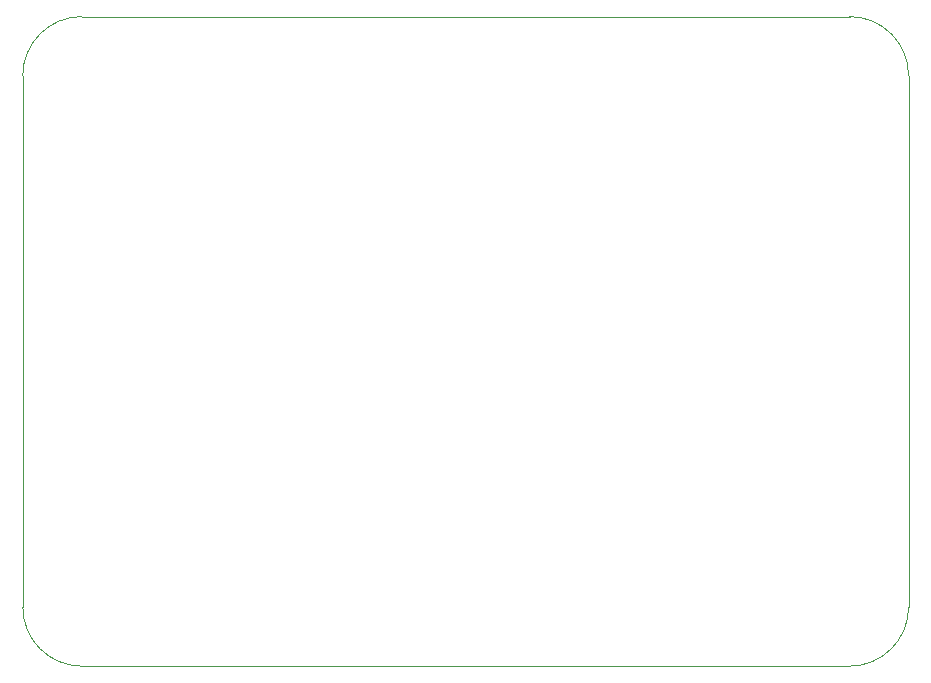
<source format=gm1>
G04*
G04 #@! TF.GenerationSoftware,Altium Limited,Altium Designer,23.11.1 (41)*
G04*
G04 Layer_Color=16711935*
%FSLAX44Y44*%
%MOMM*%
G71*
G04*
G04 #@! TF.SameCoordinates,7D8A1DF8-8268-4328-844D-4E12A4ECD314*
G04*
G04*
G04 #@! TF.FilePolarity,Positive*
G04*
G01*
G75*
%ADD11C,0.1000*%
D11*
X700000Y0D02*
G03*
X750000Y50000I0J50000D01*
G01*
X750000Y500000D02*
G03*
X700000Y550000I-50000J0D01*
G01*
X0Y50000D02*
G03*
X50000Y0I50000J0D01*
G01*
Y550000D02*
G03*
X0Y500000I0J-50000D01*
G01*
X50000Y550000D02*
X700000D01*
X50000Y0D02*
X700000D01*
X750000Y50000D02*
Y500000D01*
X0Y50000D02*
Y500000D01*
M02*

</source>
